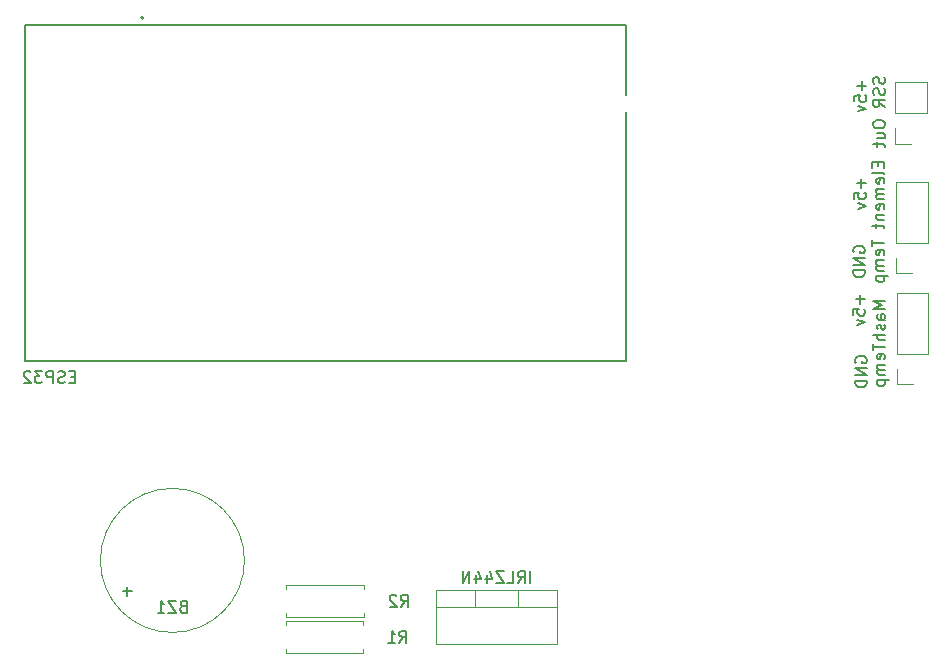
<source format=gbo>
G04 #@! TF.GenerationSoftware,KiCad,Pcbnew,(5.0.2)-1*
G04 #@! TF.CreationDate,2024-08-16T20:27:31+02:00*
G04 #@! TF.ProjectId,MashMachine,4d617368-4d61-4636-9869-6e652e6b6963,rev?*
G04 #@! TF.SameCoordinates,Original*
G04 #@! TF.FileFunction,Legend,Bot*
G04 #@! TF.FilePolarity,Positive*
%FSLAX46Y46*%
G04 Gerber Fmt 4.6, Leading zero omitted, Abs format (unit mm)*
G04 Created by KiCad (PCBNEW (5.0.2)-1) date 08/16/24 20:27:31*
%MOMM*%
%LPD*%
G01*
G04 APERTURE LIST*
%ADD10C,0.150000*%
%ADD11C,0.127000*%
%ADD12C,0.200000*%
%ADD13C,0.120000*%
%ADD14R,2.204000X2.204000*%
%ADD15C,2.204000*%
%ADD16R,1.626000X1.626000*%
%ADD17C,1.626000*%
%ADD18R,2.102000X2.102000*%
%ADD19C,2.102000*%
%ADD20C,1.702000*%
%ADD21O,1.702000X1.702000*%
%ADD22R,1.902000X1.902000*%
%ADD23C,1.902000*%
%ADD24C,5.702000*%
%ADD25O,1.802000X1.802000*%
%ADD26R,1.802000X1.802000*%
%ADD27R,2.007000X2.102000*%
%ADD28O,2.007000X2.102000*%
%ADD29R,3.302000X2.102000*%
G04 APERTURE END LIST*
D10*
X169299000Y-106870595D02*
X169251380Y-106775357D01*
X169251380Y-106632500D01*
X169299000Y-106489642D01*
X169394238Y-106394404D01*
X169489476Y-106346785D01*
X169679952Y-106299166D01*
X169822809Y-106299166D01*
X170013285Y-106346785D01*
X170108523Y-106394404D01*
X170203761Y-106489642D01*
X170251380Y-106632500D01*
X170251380Y-106727738D01*
X170203761Y-106870595D01*
X170156142Y-106918214D01*
X169822809Y-106918214D01*
X169822809Y-106727738D01*
X170251380Y-107346785D02*
X169251380Y-107346785D01*
X170251380Y-107918214D01*
X169251380Y-107918214D01*
X170251380Y-108394404D02*
X169251380Y-108394404D01*
X169251380Y-108632500D01*
X169299000Y-108775357D01*
X169394238Y-108870595D01*
X169489476Y-108918214D01*
X169679952Y-108965833D01*
X169822809Y-108965833D01*
X170013285Y-108918214D01*
X170108523Y-108870595D01*
X170203761Y-108775357D01*
X170251380Y-108632500D01*
X170251380Y-108394404D01*
X169489500Y-116205095D02*
X169441880Y-116109857D01*
X169441880Y-115967000D01*
X169489500Y-115824142D01*
X169584738Y-115728904D01*
X169679976Y-115681285D01*
X169870452Y-115633666D01*
X170013309Y-115633666D01*
X170203785Y-115681285D01*
X170299023Y-115728904D01*
X170394261Y-115824142D01*
X170441880Y-115967000D01*
X170441880Y-116062238D01*
X170394261Y-116205095D01*
X170346642Y-116252714D01*
X170013309Y-116252714D01*
X170013309Y-116062238D01*
X170441880Y-116681285D02*
X169441880Y-116681285D01*
X170441880Y-117252714D01*
X169441880Y-117252714D01*
X170441880Y-117728904D02*
X169441880Y-117728904D01*
X169441880Y-117967000D01*
X169489500Y-118109857D01*
X169584738Y-118205095D01*
X169679976Y-118252714D01*
X169870452Y-118300333D01*
X170013309Y-118300333D01*
X170203785Y-118252714D01*
X170299023Y-118205095D01*
X170394261Y-118109857D01*
X170441880Y-117967000D01*
X170441880Y-117728904D01*
X169870428Y-110458404D02*
X169870428Y-111220309D01*
X170251380Y-110839357D02*
X169489476Y-110839357D01*
X169251380Y-112172690D02*
X169251380Y-111696500D01*
X169727571Y-111648880D01*
X169679952Y-111696500D01*
X169632333Y-111791738D01*
X169632333Y-112029833D01*
X169679952Y-112125071D01*
X169727571Y-112172690D01*
X169822809Y-112220309D01*
X170060904Y-112220309D01*
X170156142Y-112172690D01*
X170203761Y-112125071D01*
X170251380Y-112029833D01*
X170251380Y-111791738D01*
X170203761Y-111696500D01*
X170156142Y-111648880D01*
X169584714Y-112553642D02*
X170251380Y-112791738D01*
X169584714Y-113029833D01*
X169933928Y-100615904D02*
X169933928Y-101377809D01*
X170314880Y-100996857D02*
X169552976Y-100996857D01*
X169314880Y-102330190D02*
X169314880Y-101854000D01*
X169791071Y-101806380D01*
X169743452Y-101854000D01*
X169695833Y-101949238D01*
X169695833Y-102187333D01*
X169743452Y-102282571D01*
X169791071Y-102330190D01*
X169886309Y-102377809D01*
X170124404Y-102377809D01*
X170219642Y-102330190D01*
X170267261Y-102282571D01*
X170314880Y-102187333D01*
X170314880Y-101949238D01*
X170267261Y-101854000D01*
X170219642Y-101806380D01*
X169648214Y-102711142D02*
X170314880Y-102949238D01*
X169648214Y-103187333D01*
X169997428Y-92360904D02*
X169997428Y-93122809D01*
X170378380Y-92741857D02*
X169616476Y-92741857D01*
X169378380Y-94075190D02*
X169378380Y-93599000D01*
X169854571Y-93551380D01*
X169806952Y-93599000D01*
X169759333Y-93694238D01*
X169759333Y-93932333D01*
X169806952Y-94027571D01*
X169854571Y-94075190D01*
X169949809Y-94122809D01*
X170187904Y-94122809D01*
X170283142Y-94075190D01*
X170330761Y-94027571D01*
X170378380Y-93932333D01*
X170378380Y-93694238D01*
X170330761Y-93599000D01*
X170283142Y-93551380D01*
X169711714Y-94456142D02*
X170378380Y-94694238D01*
X169711714Y-94932333D01*
D11*
G04 #@! TO.C,ESP32*
X99112000Y-116084000D02*
X150062000Y-116084000D01*
X150062000Y-116084000D02*
X150062000Y-87574000D01*
X99112000Y-87574000D02*
X99112000Y-116084000D01*
X150062000Y-87574000D02*
X99112000Y-87574000D01*
D12*
X109172000Y-87004000D02*
G75*
G03X109172000Y-87004000I-100000J0D01*
G01*
D11*
X99112000Y-87574000D02*
X99112000Y-98643000D01*
X99112000Y-98643000D02*
X99112000Y-105354000D01*
X99112000Y-105354000D02*
X99112000Y-116084000D01*
X150062000Y-87574000D02*
X99112000Y-87574000D01*
X99112000Y-116084000D02*
X150062000Y-116084000D01*
X150062000Y-87574000D02*
X150062000Y-92944000D01*
X150062000Y-92944000D02*
X150062000Y-110634000D01*
X150062000Y-110634000D02*
X150062000Y-116084000D01*
D13*
G04 #@! TO.C,BZ1*
X117733160Y-132948680D02*
G75*
G03X117733160Y-132948680I-6100000J0D01*
G01*
G04 #@! TO.C,R1*
X121266200Y-140483190D02*
X121266200Y-140813190D01*
X121266200Y-140813190D02*
X127806200Y-140813190D01*
X127806200Y-140813190D02*
X127806200Y-140483190D01*
X121266200Y-138403190D02*
X121266200Y-138073190D01*
X121266200Y-138073190D02*
X127806200Y-138073190D01*
X127806200Y-138073190D02*
X127806200Y-138403190D01*
G04 #@! TO.C,R2*
X127829060Y-135022650D02*
X127829060Y-135352650D01*
X121289060Y-135022650D02*
X127829060Y-135022650D01*
X121289060Y-135352650D02*
X121289060Y-135022650D01*
X127829060Y-137762650D02*
X127829060Y-137432650D01*
X121289060Y-137762650D02*
X127829060Y-137762650D01*
X121289060Y-137432650D02*
X121289060Y-137762650D01*
G04 #@! TO.C,Element Temp*
X172914000Y-108645000D02*
X174244000Y-108645000D01*
X172914000Y-107315000D02*
X172914000Y-108645000D01*
X172914000Y-106045000D02*
X175574000Y-106045000D01*
X175574000Y-106045000D02*
X175574000Y-100905000D01*
X172914000Y-106045000D02*
X172914000Y-100905000D01*
X172914000Y-100905000D02*
X175574000Y-100905000D01*
G04 #@! TO.C,MashTemp*
X172977500Y-110303000D02*
X175637500Y-110303000D01*
X172977500Y-115443000D02*
X172977500Y-110303000D01*
X175637500Y-115443000D02*
X175637500Y-110303000D01*
X172977500Y-115443000D02*
X175637500Y-115443000D01*
X172977500Y-116713000D02*
X172977500Y-118043000D01*
X172977500Y-118043000D02*
X174307500Y-118043000D01*
G04 #@! TO.C,SSR Out*
X172850500Y-92459500D02*
X175510500Y-92459500D01*
X172850500Y-95059500D02*
X172850500Y-92459500D01*
X175510500Y-95059500D02*
X175510500Y-92459500D01*
X172850500Y-95059500D02*
X175510500Y-95059500D01*
X172850500Y-96329500D02*
X172850500Y-97659500D01*
X172850500Y-97659500D02*
X174180500Y-97659500D01*
G04 #@! TO.C,IRLZ44N*
X144185000Y-135414000D02*
X133945000Y-135414000D01*
X144185000Y-140055000D02*
X133945000Y-140055000D01*
X144185000Y-135414000D02*
X144185000Y-140055000D01*
X133945000Y-135414000D02*
X133945000Y-140055000D01*
X144185000Y-136924000D02*
X133945000Y-136924000D01*
X140915000Y-135414000D02*
X140915000Y-136924000D01*
X137214000Y-135414000D02*
X137214000Y-136924000D01*
G04 #@! TO.C,ESP32*
D10*
X103361857Y-117403571D02*
X103028523Y-117403571D01*
X102885666Y-117927380D02*
X103361857Y-117927380D01*
X103361857Y-116927380D01*
X102885666Y-116927380D01*
X102504714Y-117879761D02*
X102361857Y-117927380D01*
X102123761Y-117927380D01*
X102028523Y-117879761D01*
X101980904Y-117832142D01*
X101933285Y-117736904D01*
X101933285Y-117641666D01*
X101980904Y-117546428D01*
X102028523Y-117498809D01*
X102123761Y-117451190D01*
X102314238Y-117403571D01*
X102409476Y-117355952D01*
X102457095Y-117308333D01*
X102504714Y-117213095D01*
X102504714Y-117117857D01*
X102457095Y-117022619D01*
X102409476Y-116975000D01*
X102314238Y-116927380D01*
X102076142Y-116927380D01*
X101933285Y-116975000D01*
X101504714Y-117927380D02*
X101504714Y-116927380D01*
X101123761Y-116927380D01*
X101028523Y-116975000D01*
X100980904Y-117022619D01*
X100933285Y-117117857D01*
X100933285Y-117260714D01*
X100980904Y-117355952D01*
X101028523Y-117403571D01*
X101123761Y-117451190D01*
X101504714Y-117451190D01*
X100599952Y-116927380D02*
X99980904Y-116927380D01*
X100314238Y-117308333D01*
X100171380Y-117308333D01*
X100076142Y-117355952D01*
X100028523Y-117403571D01*
X99980904Y-117498809D01*
X99980904Y-117736904D01*
X100028523Y-117832142D01*
X100076142Y-117879761D01*
X100171380Y-117927380D01*
X100457095Y-117927380D01*
X100552333Y-117879761D01*
X100599952Y-117832142D01*
X99599952Y-117022619D02*
X99552333Y-116975000D01*
X99457095Y-116927380D01*
X99219000Y-116927380D01*
X99123761Y-116975000D01*
X99076142Y-117022619D01*
X99028523Y-117117857D01*
X99028523Y-117213095D01*
X99076142Y-117355952D01*
X99647571Y-117927380D01*
X99028523Y-117927380D01*
G04 #@! TO.C,BZ1*
X112513952Y-136834571D02*
X112371095Y-136882190D01*
X112323476Y-136929809D01*
X112275857Y-137025047D01*
X112275857Y-137167904D01*
X112323476Y-137263142D01*
X112371095Y-137310761D01*
X112466333Y-137358380D01*
X112847285Y-137358380D01*
X112847285Y-136358380D01*
X112513952Y-136358380D01*
X112418714Y-136406000D01*
X112371095Y-136453619D01*
X112323476Y-136548857D01*
X112323476Y-136644095D01*
X112371095Y-136739333D01*
X112418714Y-136786952D01*
X112513952Y-136834571D01*
X112847285Y-136834571D01*
X111942523Y-136358380D02*
X111275857Y-136358380D01*
X111942523Y-137358380D01*
X111275857Y-137358380D01*
X110371095Y-137358380D02*
X110942523Y-137358380D01*
X110656809Y-137358380D02*
X110656809Y-136358380D01*
X110752047Y-136501238D01*
X110847285Y-136596476D01*
X110942523Y-136644095D01*
X108204112Y-135560108D02*
X107442207Y-135560108D01*
X107823160Y-135941060D02*
X107823160Y-135179156D01*
G04 #@! TO.C,R1*
X130849666Y-139898380D02*
X131183000Y-139422190D01*
X131421095Y-139898380D02*
X131421095Y-138898380D01*
X131040142Y-138898380D01*
X130944904Y-138946000D01*
X130897285Y-138993619D01*
X130849666Y-139088857D01*
X130849666Y-139231714D01*
X130897285Y-139326952D01*
X130944904Y-139374571D01*
X131040142Y-139422190D01*
X131421095Y-139422190D01*
X129897285Y-139898380D02*
X130468714Y-139898380D01*
X130183000Y-139898380D02*
X130183000Y-138898380D01*
X130278238Y-139041238D01*
X130373476Y-139136476D01*
X130468714Y-139184095D01*
G04 #@! TO.C,R2*
X130976666Y-136850380D02*
X131310000Y-136374190D01*
X131548095Y-136850380D02*
X131548095Y-135850380D01*
X131167142Y-135850380D01*
X131071904Y-135898000D01*
X131024285Y-135945619D01*
X130976666Y-136040857D01*
X130976666Y-136183714D01*
X131024285Y-136278952D01*
X131071904Y-136326571D01*
X131167142Y-136374190D01*
X131548095Y-136374190D01*
X130595714Y-135945619D02*
X130548095Y-135898000D01*
X130452857Y-135850380D01*
X130214761Y-135850380D01*
X130119523Y-135898000D01*
X130071904Y-135945619D01*
X130024285Y-136040857D01*
X130024285Y-136136095D01*
X130071904Y-136278952D01*
X130643333Y-136850380D01*
X130024285Y-136850380D01*
G04 #@! TO.C,Element Temp*
X171378571Y-99219380D02*
X171378571Y-99552714D01*
X171902380Y-99695571D02*
X171902380Y-99219380D01*
X170902380Y-99219380D01*
X170902380Y-99695571D01*
X171902380Y-100267000D02*
X171854761Y-100171761D01*
X171759523Y-100124142D01*
X170902380Y-100124142D01*
X171854761Y-101028904D02*
X171902380Y-100933666D01*
X171902380Y-100743190D01*
X171854761Y-100647952D01*
X171759523Y-100600333D01*
X171378571Y-100600333D01*
X171283333Y-100647952D01*
X171235714Y-100743190D01*
X171235714Y-100933666D01*
X171283333Y-101028904D01*
X171378571Y-101076523D01*
X171473809Y-101076523D01*
X171569047Y-100600333D01*
X171902380Y-101505095D02*
X171235714Y-101505095D01*
X171330952Y-101505095D02*
X171283333Y-101552714D01*
X171235714Y-101647952D01*
X171235714Y-101790809D01*
X171283333Y-101886047D01*
X171378571Y-101933666D01*
X171902380Y-101933666D01*
X171378571Y-101933666D02*
X171283333Y-101981285D01*
X171235714Y-102076523D01*
X171235714Y-102219380D01*
X171283333Y-102314619D01*
X171378571Y-102362238D01*
X171902380Y-102362238D01*
X171854761Y-103219380D02*
X171902380Y-103124142D01*
X171902380Y-102933666D01*
X171854761Y-102838428D01*
X171759523Y-102790809D01*
X171378571Y-102790809D01*
X171283333Y-102838428D01*
X171235714Y-102933666D01*
X171235714Y-103124142D01*
X171283333Y-103219380D01*
X171378571Y-103267000D01*
X171473809Y-103267000D01*
X171569047Y-102790809D01*
X171235714Y-103695571D02*
X171902380Y-103695571D01*
X171330952Y-103695571D02*
X171283333Y-103743190D01*
X171235714Y-103838428D01*
X171235714Y-103981285D01*
X171283333Y-104076523D01*
X171378571Y-104124142D01*
X171902380Y-104124142D01*
X171235714Y-104457476D02*
X171235714Y-104838428D01*
X170902380Y-104600333D02*
X171759523Y-104600333D01*
X171854761Y-104647952D01*
X171902380Y-104743190D01*
X171902380Y-104838428D01*
X170902380Y-105790809D02*
X170902380Y-106362238D01*
X171902380Y-106076523D02*
X170902380Y-106076523D01*
X171854761Y-107076523D02*
X171902380Y-106981285D01*
X171902380Y-106790809D01*
X171854761Y-106695571D01*
X171759523Y-106647952D01*
X171378571Y-106647952D01*
X171283333Y-106695571D01*
X171235714Y-106790809D01*
X171235714Y-106981285D01*
X171283333Y-107076523D01*
X171378571Y-107124142D01*
X171473809Y-107124142D01*
X171569047Y-106647952D01*
X171902380Y-107552714D02*
X171235714Y-107552714D01*
X171330952Y-107552714D02*
X171283333Y-107600333D01*
X171235714Y-107695571D01*
X171235714Y-107838428D01*
X171283333Y-107933666D01*
X171378571Y-107981285D01*
X171902380Y-107981285D01*
X171378571Y-107981285D02*
X171283333Y-108028904D01*
X171235714Y-108124142D01*
X171235714Y-108267000D01*
X171283333Y-108362238D01*
X171378571Y-108409857D01*
X171902380Y-108409857D01*
X171235714Y-108886047D02*
X172235714Y-108886047D01*
X171283333Y-108886047D02*
X171235714Y-108981285D01*
X171235714Y-109171761D01*
X171283333Y-109267000D01*
X171330952Y-109314619D01*
X171426190Y-109362238D01*
X171711904Y-109362238D01*
X171807142Y-109314619D01*
X171854761Y-109267000D01*
X171902380Y-109171761D01*
X171902380Y-108981285D01*
X171854761Y-108886047D01*
G04 #@! TO.C,MashTemp*
X171965880Y-110982571D02*
X170965880Y-110982571D01*
X171680166Y-111315904D01*
X170965880Y-111649238D01*
X171965880Y-111649238D01*
X171965880Y-112554000D02*
X171442071Y-112554000D01*
X171346833Y-112506380D01*
X171299214Y-112411142D01*
X171299214Y-112220666D01*
X171346833Y-112125428D01*
X171918261Y-112554000D02*
X171965880Y-112458761D01*
X171965880Y-112220666D01*
X171918261Y-112125428D01*
X171823023Y-112077809D01*
X171727785Y-112077809D01*
X171632547Y-112125428D01*
X171584928Y-112220666D01*
X171584928Y-112458761D01*
X171537309Y-112554000D01*
X171918261Y-112982571D02*
X171965880Y-113077809D01*
X171965880Y-113268285D01*
X171918261Y-113363523D01*
X171823023Y-113411142D01*
X171775404Y-113411142D01*
X171680166Y-113363523D01*
X171632547Y-113268285D01*
X171632547Y-113125428D01*
X171584928Y-113030190D01*
X171489690Y-112982571D01*
X171442071Y-112982571D01*
X171346833Y-113030190D01*
X171299214Y-113125428D01*
X171299214Y-113268285D01*
X171346833Y-113363523D01*
X171965880Y-113839714D02*
X170965880Y-113839714D01*
X171965880Y-114268285D02*
X171442071Y-114268285D01*
X171346833Y-114220666D01*
X171299214Y-114125428D01*
X171299214Y-113982571D01*
X171346833Y-113887333D01*
X171394452Y-113839714D01*
X170965880Y-114601619D02*
X170965880Y-115173047D01*
X171965880Y-114887333D02*
X170965880Y-114887333D01*
X171918261Y-115887333D02*
X171965880Y-115792095D01*
X171965880Y-115601619D01*
X171918261Y-115506380D01*
X171823023Y-115458761D01*
X171442071Y-115458761D01*
X171346833Y-115506380D01*
X171299214Y-115601619D01*
X171299214Y-115792095D01*
X171346833Y-115887333D01*
X171442071Y-115934952D01*
X171537309Y-115934952D01*
X171632547Y-115458761D01*
X171965880Y-116363523D02*
X171299214Y-116363523D01*
X171394452Y-116363523D02*
X171346833Y-116411142D01*
X171299214Y-116506380D01*
X171299214Y-116649238D01*
X171346833Y-116744476D01*
X171442071Y-116792095D01*
X171965880Y-116792095D01*
X171442071Y-116792095D02*
X171346833Y-116839714D01*
X171299214Y-116934952D01*
X171299214Y-117077809D01*
X171346833Y-117173047D01*
X171442071Y-117220666D01*
X171965880Y-117220666D01*
X171299214Y-117696857D02*
X172299214Y-117696857D01*
X171346833Y-117696857D02*
X171299214Y-117792095D01*
X171299214Y-117982571D01*
X171346833Y-118077809D01*
X171394452Y-118125428D01*
X171489690Y-118173047D01*
X171775404Y-118173047D01*
X171870642Y-118125428D01*
X171918261Y-118077809D01*
X171965880Y-117982571D01*
X171965880Y-117792095D01*
X171918261Y-117696857D01*
G04 #@! TO.C,SSR Out*
X171918261Y-92027738D02*
X171965880Y-92170595D01*
X171965880Y-92408690D01*
X171918261Y-92503928D01*
X171870642Y-92551547D01*
X171775404Y-92599166D01*
X171680166Y-92599166D01*
X171584928Y-92551547D01*
X171537309Y-92503928D01*
X171489690Y-92408690D01*
X171442071Y-92218214D01*
X171394452Y-92122976D01*
X171346833Y-92075357D01*
X171251595Y-92027738D01*
X171156357Y-92027738D01*
X171061119Y-92075357D01*
X171013500Y-92122976D01*
X170965880Y-92218214D01*
X170965880Y-92456309D01*
X171013500Y-92599166D01*
X171918261Y-92980119D02*
X171965880Y-93122976D01*
X171965880Y-93361071D01*
X171918261Y-93456309D01*
X171870642Y-93503928D01*
X171775404Y-93551547D01*
X171680166Y-93551547D01*
X171584928Y-93503928D01*
X171537309Y-93456309D01*
X171489690Y-93361071D01*
X171442071Y-93170595D01*
X171394452Y-93075357D01*
X171346833Y-93027738D01*
X171251595Y-92980119D01*
X171156357Y-92980119D01*
X171061119Y-93027738D01*
X171013500Y-93075357D01*
X170965880Y-93170595D01*
X170965880Y-93408690D01*
X171013500Y-93551547D01*
X171965880Y-94551547D02*
X171489690Y-94218214D01*
X171965880Y-93980119D02*
X170965880Y-93980119D01*
X170965880Y-94361071D01*
X171013500Y-94456309D01*
X171061119Y-94503928D01*
X171156357Y-94551547D01*
X171299214Y-94551547D01*
X171394452Y-94503928D01*
X171442071Y-94456309D01*
X171489690Y-94361071D01*
X171489690Y-93980119D01*
X170965880Y-95932500D02*
X170965880Y-96122976D01*
X171013500Y-96218214D01*
X171108738Y-96313452D01*
X171299214Y-96361071D01*
X171632547Y-96361071D01*
X171823023Y-96313452D01*
X171918261Y-96218214D01*
X171965880Y-96122976D01*
X171965880Y-95932500D01*
X171918261Y-95837261D01*
X171823023Y-95742023D01*
X171632547Y-95694404D01*
X171299214Y-95694404D01*
X171108738Y-95742023D01*
X171013500Y-95837261D01*
X170965880Y-95932500D01*
X171299214Y-97218214D02*
X171965880Y-97218214D01*
X171299214Y-96789642D02*
X171823023Y-96789642D01*
X171918261Y-96837261D01*
X171965880Y-96932500D01*
X171965880Y-97075357D01*
X171918261Y-97170595D01*
X171870642Y-97218214D01*
X171299214Y-97551547D02*
X171299214Y-97932500D01*
X170965880Y-97694404D02*
X171823023Y-97694404D01*
X171918261Y-97742023D01*
X171965880Y-97837261D01*
X171965880Y-97932500D01*
G04 #@! TO.C,IRLZ44N*
X141922142Y-134866380D02*
X141922142Y-133866380D01*
X140874523Y-134866380D02*
X141207857Y-134390190D01*
X141445952Y-134866380D02*
X141445952Y-133866380D01*
X141065000Y-133866380D01*
X140969761Y-133914000D01*
X140922142Y-133961619D01*
X140874523Y-134056857D01*
X140874523Y-134199714D01*
X140922142Y-134294952D01*
X140969761Y-134342571D01*
X141065000Y-134390190D01*
X141445952Y-134390190D01*
X139969761Y-134866380D02*
X140445952Y-134866380D01*
X140445952Y-133866380D01*
X139731666Y-133866380D02*
X139065000Y-133866380D01*
X139731666Y-134866380D01*
X139065000Y-134866380D01*
X138255476Y-134199714D02*
X138255476Y-134866380D01*
X138493571Y-133818761D02*
X138731666Y-134533047D01*
X138112619Y-134533047D01*
X137303095Y-134199714D02*
X137303095Y-134866380D01*
X137541190Y-133818761D02*
X137779285Y-134533047D01*
X137160238Y-134533047D01*
X136779285Y-134866380D02*
X136779285Y-133866380D01*
X136207857Y-134866380D01*
X136207857Y-133866380D01*
G04 #@! TD*
%LPC*%
D14*
G04 #@! TO.C,ESP32*
X109072000Y-89154000D03*
D15*
X111612000Y-89154000D03*
X114152000Y-89154000D03*
X116692000Y-89154000D03*
X119232000Y-89154000D03*
X121772000Y-89154000D03*
X124312000Y-89154000D03*
X126852000Y-89154000D03*
X129392000Y-89154000D03*
X131932000Y-89154000D03*
X134472000Y-89154000D03*
X137012000Y-89154000D03*
X139552000Y-89154000D03*
X142092000Y-89154000D03*
X144632000Y-89154000D03*
X109072000Y-114554000D03*
X111612000Y-114554000D03*
X114152000Y-114554000D03*
X116692000Y-114554000D03*
X119232000Y-114554000D03*
X121772000Y-114554000D03*
X124312000Y-114554000D03*
X126852000Y-114554000D03*
X129392000Y-114554000D03*
X131932000Y-114554000D03*
X134472000Y-114554000D03*
X137012000Y-114554000D03*
X139552000Y-114554000D03*
X142092000Y-114554000D03*
X144632000Y-114554000D03*
G04 #@! TD*
D16*
G04 #@! TO.C,Brd2*
X147955000Y-94297500D03*
D17*
X150495000Y-94297500D03*
X153035000Y-94297500D03*
X155575000Y-94297500D03*
G04 #@! TD*
D16*
G04 #@! TO.C,Brd1*
X111883261Y-94273441D03*
D17*
X114423261Y-94273441D03*
X116963261Y-94273441D03*
X119503261Y-94273441D03*
G04 #@! TD*
D18*
G04 #@! TO.C,BZ1*
X107833160Y-132948680D03*
D19*
X115433160Y-132948680D03*
G04 #@! TD*
D20*
G04 #@! TO.C,R1*
X120726200Y-139443190D03*
D21*
X128346200Y-139443190D03*
G04 #@! TD*
G04 #@! TO.C,R2*
X128369060Y-136392650D03*
D20*
X120749060Y-136392650D03*
G04 #@! TD*
D22*
G04 #@! TO.C,DC*
X120523000Y-131191000D03*
D23*
X123063000Y-131191000D03*
G04 #@! TD*
D24*
G04 #@! TO.C,*
X101092000Y-137541000D03*
G04 #@! TD*
G04 #@! TO.C,*
X151511000Y-137033000D03*
G04 #@! TD*
G04 #@! TO.C,*
X101600000Y-84201000D03*
G04 #@! TD*
G04 #@! TO.C,*
X171831000Y-85217000D03*
G04 #@! TD*
D25*
G04 #@! TO.C,Element Temp*
X174244000Y-102235000D03*
X174244000Y-104775000D03*
D26*
X174244000Y-107315000D03*
G04 #@! TD*
G04 #@! TO.C,MashTemp*
X174307500Y-116713000D03*
D25*
X174307500Y-114173000D03*
X174307500Y-111633000D03*
G04 #@! TD*
D26*
G04 #@! TO.C,SSR Out*
X174180500Y-96329500D03*
D25*
X174180500Y-93789500D03*
G04 #@! TD*
D23*
G04 #@! TO.C,ON*
X127889000Y-131191000D03*
D22*
X125349000Y-131191000D03*
G04 #@! TD*
D27*
G04 #@! TO.C,IRLZ44N*
X141605000Y-138684000D03*
D28*
X139065000Y-138684000D03*
X136525000Y-138684000D03*
G04 #@! TD*
D19*
G04 #@! TO.C,SW*
X171916500Y-136762500D03*
X171916500Y-131762500D03*
D29*
X164916500Y-139862500D03*
X164916500Y-128662500D03*
D19*
X157416500Y-136762500D03*
X157416500Y-134262500D03*
D18*
X157416500Y-131762500D03*
G04 #@! TD*
M02*

</source>
